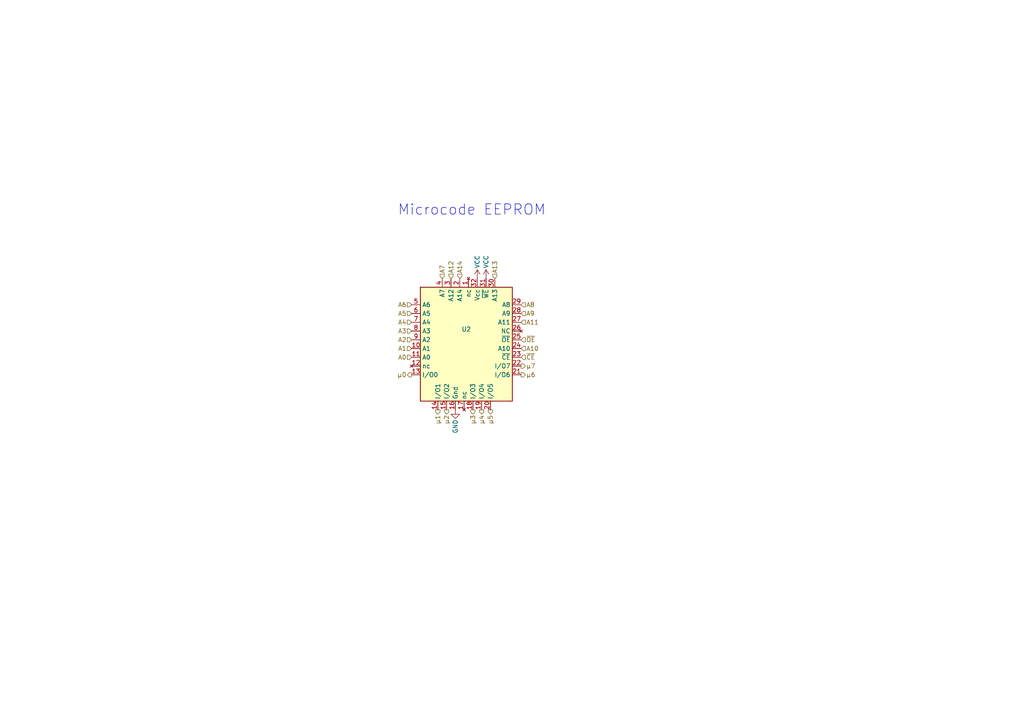
<source format=kicad_sch>
(kicad_sch (version 20211123) (generator eeschema)
  (paper "A4")
  (lib_symbols
    (symbol "LIBRARY-8-bit-computer:PLCC32_28_28C256"
      (property "Reference" "U" (at 19.05 -22.86 0))
      (property "Value" "PLCC32_28_28C256" (at 10.16 -20.32 0))
      (symbol "PLCC32_28_28C256_1_1"
        (rectangle (start -12.7 15.24) (end 13.97 -17.78) (stroke (width 0.254)) (fill (type background)))
        (pin no_connect line (at 1.27 17.78 270) (length 2.54) (name "nc") (number "1"))
        (pin input line (at -15.24 -2.54 0) (length 2.54) (name "A1") (number "10"))
        (pin input line (at -15.24 -5.08 0) (length 2.54) (name "A0") (number "11"))
        (pin no_connect line (at -15.24 -7.62 0) (length 2.54) (name "nc") (number "12"))
        (pin bidirectional line (at -15.24 -10.16 0) (length 2.54) (name "I/O0") (number "13"))
        (pin bidirectional line (at -7.62 -20.32 90) (length 2.54) (name "I/O1") (number "14"))
        (pin bidirectional line (at -5.08 -20.32 90) (length 2.54) (name "I/O2") (number "15"))
        (pin power_in line (at -2.54 -20.32 90) (length 2.54) (name "Gnd") (number "16"))
        (pin no_connect line (at 0 -20.32 90) (length 2.54) (name "nc") (number "17"))
        (pin bidirectional line (at 2.54 -20.32 90) (length 2.54) (name "I/O3") (number "18"))
        (pin bidirectional line (at 5.08 -20.32 90) (length 2.54) (name "I/O4") (number "19"))
        (pin input line (at -1.27 17.78 270) (length 2.54) (name "A14") (number "2"))
        (pin bidirectional line (at 7.62 -20.32 90) (length 2.54) (name "I/O5") (number "20"))
        (pin bidirectional line (at 16.51 -10.16 180) (length 2.54) (name "I/O6") (number "21"))
        (pin bidirectional line (at 16.51 -7.62 180) (length 2.54) (name "I/O7") (number "22"))
        (pin input line (at 16.51 -5.08 180) (length 2.54) (name "~{CE}") (number "23"))
        (pin input line (at 16.51 -2.54 180) (length 2.54) (name "A10") (number "24"))
        (pin input line (at 16.51 0 180) (length 2.54) (name "~{OE}") (number "25"))
        (pin no_connect line (at 16.51 2.54 180) (length 2.54) (name "NC") (number "26"))
        (pin input line (at 16.51 5.08 180) (length 2.54) (name "A11") (number "27"))
        (pin input line (at 16.51 7.62 180) (length 2.54) (name "A9") (number "28"))
        (pin input line (at 16.51 10.16 180) (length 2.54) (name "A8") (number "29"))
        (pin input line (at -3.81 17.78 270) (length 2.54) (name "A12") (number "3"))
        (pin input line (at 8.89 17.78 270) (length 2.54) (name "A13") (number "30"))
        (pin input line (at 6.35 17.78 270) (length 2.54) (name "~{WE}") (number "31"))
        (pin power_in line (at 3.81 17.78 270) (length 2.54) (name "Vcc") (number "32"))
        (pin input line (at -6.35 17.78 270) (length 2.54) (name "A7") (number "4"))
        (pin input line (at -15.24 10.16 0) (length 2.54) (name "A6") (number "5"))
        (pin input line (at -15.24 7.62 0) (length 2.54) (name "A5") (number "6"))
        (pin input line (at -15.24 5.08 0) (length 2.54) (name "A4") (number "7"))
        (pin input line (at -15.24 2.54 0) (length 2.54) (name "A3") (number "8"))
        (pin input line (at -15.24 0 0) (length 2.54) (name "A2") (number "9"))
      )
    )
    (symbol "power:GND" (power) (pin_names (offset 0))
      (property "Value" "GND" (at 0 -3.81 0))
      (symbol "GND_0_1"
        (polyline (pts (xy 0 0) (xy 0 -1.27) (xy 1.27 -1.27) (xy 0 -2.54) (xy -1.27 -1.27) (xy 0 -1.27)))
      )
      (symbol "GND_1_1"
        (pin power_in line (at 0 0 270) (length 0) hide (name "GND") (number "1"))
      )
    )
    (symbol "power:VCC" (power) (pin_names (offset 0))
      (property "Value" "VCC" (at 0 3.81 0))
      (symbol "VCC_0_1"
        (polyline (pts (xy -0.762 1.27) (xy 0 2.54)))
        (polyline (pts (xy 0 0) (xy 0 2.54)))
        (polyline (pts (xy 0 2.54) (xy 0.762 1.27)))
      )
      (symbol "VCC_1_1"
        (pin power_in line (at 0 0 90) (length 0) hide (name "VCC") (number "1"))
      )
    )
  )
  (text "Microcode EEPROM" (at 115.316 62.738 0) (effects (font (size 3 3)) (justify left bottom)))
  (hierarchical_label "A8" (shape input) (at 151.13 88.392 0))
  (hierarchical_label "A2" (shape input) (at 119.38 98.552 180))
  (hierarchical_label "μ0" (shape output) (at 119.38 108.712 180))
  (hierarchical_label "A12" (shape input) (at 130.81 80.772 90))
  (hierarchical_label "μ5" (shape output) (at 142.24 118.872 270))
  (hierarchical_label "A9" (shape input) (at 151.13 90.932 0))
  (hierarchical_label "μ3" (shape output) (at 137.16 118.872 270))
  (hierarchical_label "μ4" (shape output) (at 139.7 118.872 270))
  (hierarchical_label "~{CE}" (shape input) (at 151.13 103.632 0))
  (hierarchical_label "A0" (shape input) (at 119.38 103.632 180))
  (hierarchical_label "μ2" (shape output) (at 129.54 118.872 270))
  (hierarchical_label "μ7" (shape output) (at 151.13 106.172 0))
  (hierarchical_label "A4" (shape input) (at 119.38 93.472 180))
  (hierarchical_label "μ6" (shape output) (at 151.13 108.712 0))
  (hierarchical_label "A7" (shape input) (at 128.27 80.772 90))
  (hierarchical_label "A5" (shape input) (at 119.38 90.932 180))
  (hierarchical_label "~{OE}" (shape input) (at 151.13 98.552 0))
  (hierarchical_label "A14" (shape input) (at 133.35 80.772 90))
  (hierarchical_label "A3" (shape input) (at 119.38 96.012 180))
  (hierarchical_label "A1" (shape input) (at 119.38 101.092 180))
  (hierarchical_label "A10" (shape input) (at 151.13 101.092 0))
  (hierarchical_label "A11" (shape input) (at 151.13 93.472 0))
  (hierarchical_label "μ1" (shape output) (at 127 118.872 270))
  (hierarchical_label "A13" (shape input) (at 143.51 80.772 90))
  (hierarchical_label "A6" (shape input) (at 119.38 88.392 180))
  (symbol (lib_id "LIBRARY-8-bit-computer:PLCC32_28_28C256") (at 134.62 98.552 0) (unit 1)
    (property "Reference" "U2" (at 133.858 95.504 0) (effects (justify left)))
    (property "Value" "AT28C256" (effects hide))
    (property "Footprint" "LIBRARY-8-bit-computer:Socket-PLCC-32" (effects hide))
    (property "Datasheet" "http://ww1.microchip.com/downloads/en/DeviceDoc/doc0006.pdf" (effects hide))
    (property "Field4" "Write Microcode EEPROM" (effects hide))
  )
  (symbol (lib_id "power:VCC") (at 138.43 80.772 0) (unit 1)
    (property "Reference" "#PWR021" (effects hide))
    (property "Value" "VCC" (at 138.43 75.946 90))
  )
  (symbol (lib_id "power:GND") (at 132.08 118.872 0) (unit 1)
    (property "Reference" "#PWR020" (effects hide))
    (property "Value" "GND" (at 132.08 123.698 90))
  )
  (symbol (lib_id "power:VCC") (at 140.97 80.772 0) (unit 1)
    (property "Reference" "#PWR022" (effects hide))
    (property "Value" "VCC" (at 140.97 75.946 90))
  )
)
</source>
